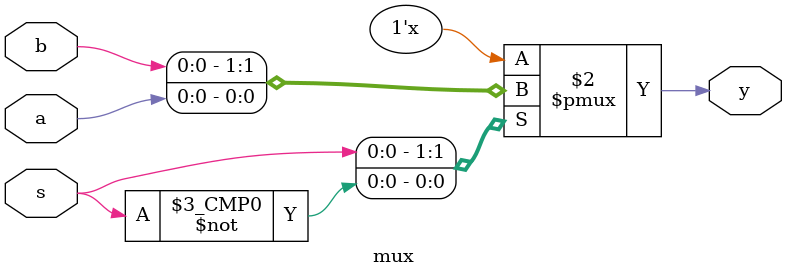
<source format=v>
`timescale 1ns / 1ps


module mux(
       
       input a,b,s,
       output reg y
    );
    always @(*)begin
    case(s)
    1'd1:y = b;
    1'd0:y=a;
    default:y = 1'bx;
    endcase
     end
endmodule

</source>
